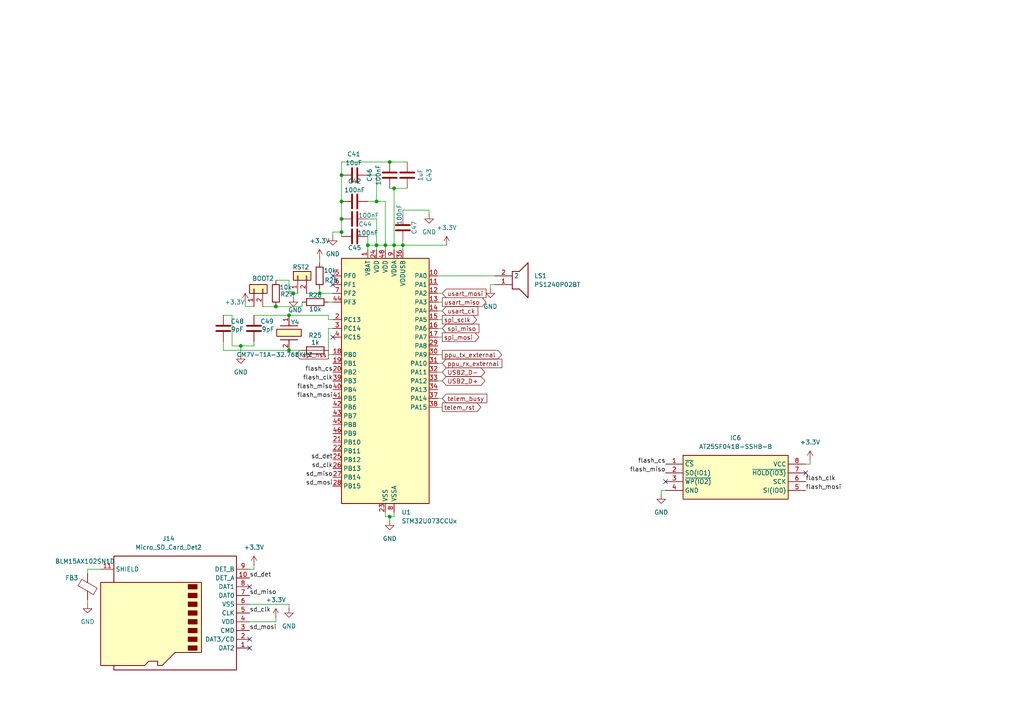
<source format=kicad_sch>
(kicad_sch (version 20250114) (generator "eeschema") (generator_version "9.0")
  (paper "A4")
  (lib_symbols
    (symbol "AT25SF041B-SSHB-B:AT25SF041B-SSHB-B"
      (property "Reference" "IC" (at 36.83 7.62 0))
      (property "Value" "AT25SF041B-SSHB-B" (at 36.83 5.08 0))
      (symbol "AT25SF041B-SSHB-B_1_1"
        (rectangle (start 5.08 2.54) (end 35.56 -10.16) (stroke (width 0.254)) (fill (type background)))
        (pin passive line (at 0 0 0) (length 5.08) (name "~{CS}") (number "1"))
        (pin passive line (at 0 -2.54 0) (length 5.08) (name "SO(IO1)") (number "2"))
        (pin passive line (at 0 -5.08 0) (length 5.08) (name "~{WP(IO2)}") (number "3"))
        (pin passive line (at 0 -7.62 0) (length 5.08) (name "GND") (number "4"))
        (pin passive line (at 40.64 0 180) (length 5.08) (name "VCC") (number "8"))
        (pin passive line (at 40.64 -2.54 180) (length 5.08) (name "~{HOLD(IO3)}") (number "7"))
        (pin passive line (at 40.64 -5.08 180) (length 5.08) (name "SCK") (number "6"))
        (pin passive line (at 40.64 -7.62 180) (length 5.08) (name "SI(IO0)") (number "5"))
      )
    )
    (symbol "CM7V-T1A-32_768KHZ-9PF-10PPM-T:CM7V-T1A-32.768KHZ-9PF-10PPM-TA-QC" (pin_names (hide yes))
      (property "Reference" "Y" (at 8.89 6.35 0))
      (property "Value" "CM7V-T1A-32.768KHZ-9PF-10PPM-TA-QC" (at 8.89 3.81 0))
      (symbol "CM7V-T1A-32.768KHZ-9PF-10PPM-TA-QC_1_1"
        (polyline (pts (xy 3.048 2.54) (xy 3.048 -2.54)) (stroke (width 0.254)))
        (polyline (pts (xy 3.048 0) (xy 2.54 0)) (stroke (width 0.254)))
        (rectangle (start 4.064 3.556) (end 6.096 -3.556) (stroke (width 0.254)) (fill (type background)))
        (polyline (pts (xy 7.112 2.54) (xy 7.112 -2.54)) (stroke (width 0.254)))
        (polyline (pts (xy 7.112 0) (xy 7.62 0)) (stroke (width 0.254)))
        (pin passive line (at 0 0 0) (length 2.54) (name "1") (number "1"))
        (pin passive line (at 10.16 0 180) (length 2.54) (name "2") (number "2"))
      )
    )
    (symbol "Connector:Micro_SD_Card_Det2"
      (property "Reference" "J" (at -16.51 17.78 0))
      (property "Value" "Micro_SD_Card_Det2" (at 16.51 17.78 0))
      (symbol "Micro_SD_Card_Det2_0_1"
        (polyline (pts (xy -8.89 -8.89) (xy -8.89 11.43) (xy -1.27 11.43) (xy 2.54 15.24) (xy 3.81 15.24) (xy 3.81 13.97) (xy 6.35 13.97) (xy 7.62 15.24) (xy 20.32 15.24) (xy 20.32 -8.89) (xy -8.89 -8.89)) (stroke (width 0.254)) (fill (type background)))
        (rectangle (start -7.62 10.795) (end -5.08 9.525) (stroke (width 0.254)) (fill (type outline)))
        (rectangle (start -7.62 8.255) (end -5.08 6.985) (stroke (width 0.254)) (fill (type outline)))
        (rectangle (start -7.62 5.715) (end -5.08 4.445) (stroke (width 0.254)) (fill (type outline)))
        (rectangle (start -7.62 3.175) (end -5.08 1.905) (stroke (width 0.254)) (fill (type outline)))
        (rectangle (start -7.62 0.635) (end -5.08 -0.635) (stroke (width 0.254)) (fill (type outline)))
        (rectangle (start -7.62 -1.905) (end -5.08 -3.175) (stroke (width 0.254)) (fill (type outline)))
        (rectangle (start -7.62 -4.445) (end -5.08 -5.715) (stroke (width 0.254)) (fill (type outline)))
        (rectangle (start -7.62 -6.985) (end -5.08 -8.255) (stroke (width 0.254)) (fill (type outline)))
        (polyline (pts (xy 16.51 15.24) (xy 16.51 16.51) (xy -19.05 16.51) (xy -19.05 -16.51) (xy 16.51 -16.51) (xy 16.51 -8.89)) (stroke (width 0.254)))
      )
      (symbol "Micro_SD_Card_Det2_1_1"
        (pin bidirectional line (at -22.86 10.16 0) (length 3.81) (name "DAT2") (number "1"))
        (pin bidirectional line (at -22.86 7.62 0) (length 3.81) (name "DAT3/CD") (number "2"))
        (pin input line (at -22.86 5.08 0) (length 3.81) (name "CMD") (number "3"))
        (pin power_in line (at -22.86 2.54 0) (length 3.81) (name "VDD") (number "4"))
        (pin input line (at -22.86 0 0) (length 3.81) (name "CLK") (number "5"))
        (pin power_in line (at -22.86 -2.54 0) (length 3.81) (name "VSS") (number "6"))
        (pin bidirectional line (at -22.86 -5.08 0) (length 3.81) (name "DAT0") (number "7"))
        (pin bidirectional line (at -22.86 -7.62 0) (length 3.81) (name "DAT1") (number "8"))
        (pin passive line (at -22.86 -10.16 0) (length 3.81) (name "DET_A") (number "10"))
        (pin passive line (at -22.86 -12.7 0) (length 3.81) (name "DET_B") (number "9"))
        (pin passive line (at 20.32 -12.7 180) (length 3.81) (name "SHIELD") (number "11"))
      )
    )
    (symbol "Connector_Generic:Conn_01x02" (pin_names (offset 1.016) (hide yes))
      (property "Reference" "J" (at 0 2.54 0))
      (property "Value" "Conn_01x02" (at 0 -5.08 0))
      (symbol "Conn_01x02_1_1"
        (rectangle (start -1.27 1.27) (end 1.27 -3.81) (stroke (width 0.254)) (fill (type background)))
        (rectangle (start -1.27 0.127) (end 0 -0.127) (stroke (width 0.1524)))
        (rectangle (start -1.27 -2.413) (end 0 -2.667) (stroke (width 0.1524)))
        (pin passive line (at -5.08 0 0) (length 3.81) (name "Pin_1") (number "1"))
        (pin passive line (at -5.08 -2.54 0) (length 3.81) (name "Pin_2") (number "2"))
      )
    )
    (symbol "Device:C" (pin_numbers (hide yes)) (pin_names (offset 0.254))
      (property "Reference" "C" (at 0.635 2.54 0))
      (property "Value" "C" (at 0.635 -2.54 0))
      (symbol "C_0_1"
        (polyline (pts (xy -2.032 0.762) (xy 2.032 0.762)) (stroke (width 0.508)))
        (polyline (pts (xy -2.032 -0.762) (xy 2.032 -0.762)) (stroke (width 0.508)))
      )
      (symbol "C_1_1"
        (pin passive line (at 0 3.81 270) (length 2.794) (name "~") (number "1"))
        (pin passive line (at 0 -3.81 90) (length 2.794) (name "~") (number "2"))
      )
    )
    (symbol "Device:FerriteBead" (pin_numbers (hide yes)) (pin_names (offset 0))
      (property "Reference" "FB" (at -3.81 0.635 90))
      (property "Value" "FerriteBead" (at 3.81 0 90))
      (symbol "FerriteBead_0_1"
        (polyline (pts (xy -2.7686 0.4064) (xy -1.7018 2.2606) (xy 2.7686 -0.3048) (xy 1.6764 -2.159) (xy -2.7686 0.4064)))
        (polyline (pts (xy 0 1.27) (xy 0 1.2954)))
        (polyline (pts (xy 0 -1.27) (xy 0 -1.2192)))
      )
      (symbol "FerriteBead_1_1"
        (pin passive line (at 0 3.81 270) (length 2.54) (name "~") (number "1"))
        (pin passive line (at 0 -3.81 90) (length 2.54) (name "~") (number "2"))
      )
    )
    (symbol "Device:R" (pin_numbers (hide yes)) (pin_names (offset 0))
      (property "Reference" "R" (at 2.032 0 90))
      (property "Value" "R" (at 0 0 90))
      (symbol "R_0_1"
        (rectangle (start -1.016 -2.54) (end 1.016 2.54) (stroke (width 0.254)))
      )
      (symbol "R_1_1"
        (pin passive line (at 0 3.81 270) (length 1.27) (name "~") (number "1"))
        (pin passive line (at 0 -3.81 90) (length 1.27) (name "~") (number "2"))
      )
    )
    (symbol "MCU_ST_STM32U0:STM32U073CCUx"
      (property "Reference" "U" (at -12.7 36.83 0))
      (property "Value" "STM32U073CCUx" (at 7.62 36.83 0))
      (symbol "STM32U073CCUx_0_1"
        (rectangle (start -12.7 -35.56) (end 12.7 35.56) (stroke (width 0.254)) (fill (type background)))
      )
      (symbol "STM32U073CCUx_1_1"
        (pin bidirectional line (at -15.24 30.48 0) (length 2.54) (name "PF0") (number "5"))
        (pin bidirectional line (at -15.24 27.94 0) (length 2.54) (name "PF1") (number "6"))
        (pin bidirectional line (at -15.24 25.4 0) (length 2.54) (name "PF2") (number "7"))
        (pin bidirectional line (at -15.24 22.86 0) (length 2.54) (name "PF3") (number "44"))
        (pin bidirectional line (at -15.24 17.78 0) (length 2.54) (name "PC13") (number "2"))
        (pin bidirectional line (at -15.24 15.24 0) (length 2.54) (name "PC14") (number "3"))
        (pin bidirectional line (at -15.24 12.7 0) (length 2.54) (name "PC15") (number "4"))
        (pin bidirectional line (at -15.24 7.62 0) (length 2.54) (name "PB0") (number "18"))
        (pin bidirectional line (at -15.24 5.08 0) (length 2.54) (name "PB1") (number "19"))
        (pin bidirectional line (at -15.24 2.54 0) (length 2.54) (name "PB2") (number "20"))
        (pin bidirectional line (at -15.24 0 0) (length 2.54) (name "PB3") (number "39"))
        (pin bidirectional line (at -15.24 -2.54 0) (length 2.54) (name "PB4") (number "40"))
        (pin bidirectional line (at -15.24 -5.08 0) (length 2.54) (name "PB5") (number "41"))
        (pin bidirectional line (at -15.24 -7.62 0) (length 2.54) (name "PB6") (number "42"))
        (pin bidirectional line (at -15.24 -10.16 0) (length 2.54) (name "PB7") (number "43"))
        (pin bidirectional line (at -15.24 -12.7 0) (length 2.54) (name "PB8") (number "45"))
        (pin bidirectional line (at -15.24 -15.24 0) (length 2.54) (name "PB9") (number "46"))
        (pin bidirectional line (at -15.24 -17.78 0) (length 2.54) (name "PB10") (number "21"))
        (pin bidirectional line (at -15.24 -20.32 0) (length 2.54) (name "PB11") (number "22"))
        (pin bidirectional line (at -15.24 -22.86 0) (length 2.54) (name "PB12") (number "25"))
        (pin bidirectional line (at -15.24 -25.4 0) (length 2.54) (name "PB13") (number "26"))
        (pin bidirectional line (at -15.24 -27.94 0) (length 2.54) (name "PB14") (number "27"))
        (pin bidirectional line (at -15.24 -30.48 0) (length 2.54) (name "PB15") (number "28"))
        (pin power_in line (at -5.08 38.1 270) (length 2.54) (name "VBAT") (number "1"))
        (pin power_in line (at -2.54 38.1 270) (length 2.54) (name "VDD") (number "24"))
        (pin power_in line (at 0 38.1 270) (length 2.54) (name "VDD") (number "48"))
        (pin power_in line (at 0 -38.1 90) (length 2.54) (name "VSS") (number "23"))
        (pin passive line (at 0 -38.1 90) (length 2.54) (hide yes) (name "VSS") (number "35"))
        (pin passive line (at 0 -38.1 90) (length 2.54) (hide yes) (name "VSS") (number "47"))
        (pin passive line (at 0 -38.1 90) (length 2.54) (hide yes) (name "VSS") (number "49"))
        (pin power_in line (at 2.54 38.1 270) (length 2.54) (name "VDDA") (number "9"))
        (pin power_in line (at 2.54 -38.1 90) (length 2.54) (name "VSSA") (number "8"))
        (pin power_in line (at 5.08 38.1 270) (length 2.54) (name "VDDUSB") (number "36"))
        (pin bidirectional line (at 15.24 30.48 180) (length 2.54) (name "PA0") (number "10"))
        (pin bidirectional line (at 15.24 27.94 180) (length 2.54) (name "PA1") (number "11"))
        (pin bidirectional line (at 15.24 25.4 180) (length 2.54) (name "PA2") (number "12"))
        (pin bidirectional line (at 15.24 22.86 180) (length 2.54) (name "PA3") (number "13"))
        (pin bidirectional line (at 15.24 20.32 180) (length 2.54) (name "PA4") (number "14"))
        (pin bidirectional line (at 15.24 17.78 180) (length 2.54) (name "PA5") (number "15"))
        (pin bidirectional line (at 15.24 15.24 180) (length 2.54) (name "PA6") (number "16"))
        (pin bidirectional line (at 15.24 12.7 180) (length 2.54) (name "PA7") (number "17"))
        (pin bidirectional line (at 15.24 10.16 180) (length 2.54) (name "PA8") (number "29"))
        (pin bidirectional line (at 15.24 7.62 180) (length 2.54) (name "PA9") (number "30"))
        (pin bidirectional line (at 15.24 5.08 180) (length 2.54) (name "PA10") (number "31"))
        (pin bidirectional line (at 15.24 2.54 180) (length 2.54) (name "PA11") (number "32"))
        (pin bidirectional line (at 15.24 0 180) (length 2.54) (name "PA12") (number "33"))
        (pin bidirectional line (at 15.24 -2.54 180) (length 2.54) (name "PA13") (number "34"))
        (pin bidirectional line (at 15.24 -5.08 180) (length 2.54) (name "PA14") (number "37"))
        (pin bidirectional line (at 15.24 -7.62 180) (length 2.54) (name "PA15") (number "38"))
      )
    )
    (symbol "PS1240P02BT:PS1240P02BT"
      (property "Reference" "LS" (at 11.43 0 0))
      (property "Value" "PS1240P02BT" (at 11.43 -2.54 0))
      (symbol "PS1240P02BT_1_1"
        (polyline (pts (xy 5.08 1.27) (xy 5.08 -3.81)) (stroke (width 0.254)))
        (polyline (pts (xy 5.08 1.27) (xy 7.112 1.27)) (stroke (width 0.254)))
        (polyline (pts (xy 7.112 -3.81) (xy 5.08 -3.81)) (stroke (width 0.254)))
        (polyline (pts (xy 7.112 -3.81) (xy 9.652 -6.35)) (stroke (width 0.254)))
        (polyline (pts (xy 9.652 3.81) (xy 7.112 1.27)) (stroke (width 0.254)))
        (polyline (pts (xy 9.652 3.81) (xy 9.652 -6.35)) (stroke (width 0.254)))
        (pin passive line (at 0 0 0) (length 5.08) (name "2") (number "2"))
        (pin passive line (at 0 -2.54 0) (length 5.08) (name "") (number "1"))
      )
    )
    (symbol "power:+3.3V" (power) (pin_numbers (hide yes)) (pin_names (offset 0) (hide yes))
      (property "Value" "+3.3V" (at 0 3.556 0))
      (symbol "+3.3V_0_1"
        (polyline (pts (xy -0.762 1.27) (xy 0 2.54)))
        (polyline (pts (xy 0 2.54) (xy 0.762 1.27)))
        (polyline (pts (xy 0 0) (xy 0 2.54)))
      )
      (symbol "+3.3V_1_1"
        (pin power_in line (at 0 0 90) (length 0) (name "~") (number "1"))
      )
    )
    (symbol "power:GND" (power) (pin_numbers (hide yes)) (pin_names (offset 0) (hide yes))
      (property "Value" "GND" (at 0 -3.81 0))
      (symbol "GND_0_1"
        (polyline (pts (xy 0 0) (xy 0 -1.27) (xy 1.27 -1.27) (xy 0 -2.54) (xy -1.27 -1.27) (xy 0 -1.27)))
      )
      (symbol "GND_1_1"
        (pin power_in line (at 0 0 270) (length 0) (name "~") (number "1"))
      )
    )
  )
  (junction (at 69.85 100.33))
  (junction (at 83.82 91.44))
  (junction (at 99.06 63.5))
  (junction (at 99.06 50.8))
  (junction (at 83.82 101.6))
  (junction (at 113.03 149.86))
  (junction (at 106.68 71.12))
  (junction (at 116.84 71.12))
  (junction (at 114.3 71.12))
  (junction (at 99.06 58.42))
  (junction (at 99.06 67.31))
  (junction (at 109.22 58.42))
  (junction (at 113.03 46.99))
  (junction (at 111.76 71.12))
  (junction (at 80.01 88.9))
  (junction (at 85.09 85.09))
  (junction (at 109.22 71.12))
  (junction (at 114.3 54.61))
  (junction (at 92.71 85.09))
  (no_connect (at 193.04 139.7))
  (no_connect (at 96.52 80.01))
  (no_connect (at 72.39 187.96))
  (no_connect (at 72.39 170.18))
  (no_connect (at 96.52 97.79))
  (no_connect (at 233.68 137.16))
  (no_connect (at 96.52 82.55))
  (no_connect (at 72.39 185.42))
  (wire (pts (xy 142.24 83.82) (xy 142.24 82.55)))
  (wire (pts (xy 127 115.57) (xy 128.27 115.57)))
  (wire (pts (xy 116.84 69.85) (xy 116.84 71.12)))
  (wire (pts (xy 92.71 74.93) (xy 92.71 76.2)))
  (wire (pts (xy 99.06 67.31) (xy 99.06 68.58)))
  (wire (pts (xy 113.03 46.99) (xy 118.11 46.99)))
  (wire (pts (xy 127 85.09) (xy 128.27 85.09)))
  (wire (pts (xy 124.46 60.96) (xy 124.46 62.23)))
  (wire (pts (xy 95.25 95.25) (xy 96.52 95.25)))
  (wire (pts (xy 25.4 173.99) (xy 25.4 175.26)))
  (wire (pts (xy 76.2 88.9) (xy 80.01 88.9)))
  (wire (pts (xy 73.66 163.83) (xy 73.66 165.1)))
  (wire (pts (xy 114.3 71.12) (xy 116.84 71.12)))
  (wire (pts (xy 64.77 99.06) (xy 64.77 101.6)))
  (wire (pts (xy 116.84 71.12) (xy 116.84 72.39)))
  (wire (pts (xy 95.25 91.44) (xy 95.25 92.71)))
  (wire (pts (xy 88.9 85.09) (xy 92.71 85.09)))
  (wire (pts (xy 67.31 91.44) (xy 67.31 100.33)))
  (wire (pts (xy 127 105.41) (xy 128.27 105.41)))
  (wire (pts (xy 83.82 176.53) (xy 83.82 175.26)))
  (wire (pts (xy 109.22 58.42) (xy 106.68 58.42)))
  (wire (pts (xy 99.06 50.8) (xy 99.06 46.99)))
  (wire (pts (xy 127 118.11) (xy 128.27 118.11)))
  (wire (pts (xy 106.68 68.58) (xy 106.68 71.12)))
  (wire (pts (xy 116.84 60.96) (xy 116.84 62.23)))
  (wire (pts (xy 96.52 92.71) (xy 95.25 92.71)))
  (wire (pts (xy 111.76 72.39) (xy 111.76 71.12)))
  (wire (pts (xy 95.25 101.6) (xy 95.25 95.25)))
  (wire (pts (xy 87.63 88.9) (xy 87.63 87.63)))
  (wire (pts (xy 114.3 54.61) (xy 118.11 54.61)))
  (wire (pts (xy 127 87.63) (xy 128.27 87.63)))
  (wire (pts (xy 95.25 87.63) (xy 96.52 87.63)))
  (wire (pts (xy 113.03 149.86) (xy 111.76 149.86)))
  (wire (pts (xy 109.22 71.12) (xy 111.76 71.12)))
  (wire (pts (xy 127 80.01) (xy 143.51 80.01)))
  (wire (pts (xy 234.95 133.35) (xy 234.95 134.62)))
  (wire (pts (xy 96.52 67.31) (xy 99.06 67.31)))
  (wire (pts (xy 64.77 101.6) (xy 83.82 101.6)))
  (wire (pts (xy 127 97.79) (xy 128.27 97.79)))
  (wire (pts (xy 127 110.49) (xy 128.27 110.49)))
  (wire (pts (xy 106.68 71.12) (xy 109.22 71.12)))
  (wire (pts (xy 109.22 63.5) (xy 106.68 63.5)))
  (wire (pts (xy 67.31 100.33) (xy 69.85 100.33)))
  (wire (pts (xy 127 90.17) (xy 128.27 90.17)))
  (wire (pts (xy 106.68 50.8) (xy 109.22 50.8)))
  (wire (pts (xy 95.25 102.87) (xy 96.52 102.87)))
  (wire (pts (xy 127 107.95) (xy 128.27 107.95)))
  (wire (pts (xy 69.85 100.33) (xy 73.66 100.33)))
  (wire (pts (xy 191.77 143.51) (xy 191.77 142.24)))
  (wire (pts (xy 73.66 91.44) (xy 83.82 91.44)))
  (wire (pts (xy 64.77 91.44) (xy 67.31 91.44)))
  (wire (pts (xy 111.76 58.42) (xy 109.22 58.42)))
  (wire (pts (xy 83.82 85.09) (xy 83.82 81.28)))
  (wire (pts (xy 85.09 85.09) (xy 85.09 86.36)))
  (wire (pts (xy 106.68 71.12) (xy 106.68 72.39)))
  (wire (pts (xy 73.66 99.06) (xy 73.66 100.33)))
  (wire (pts (xy 83.82 81.28) (xy 80.01 81.28)))
  (wire (pts (xy 99.06 58.42) (xy 99.06 50.8)))
  (wire (pts (xy 109.22 50.8) (xy 109.22 58.42)))
  (wire (pts (xy 72.39 175.26) (xy 83.82 175.26)))
  (wire (pts (xy 142.24 82.55) (xy 143.51 82.55)))
  (wire (pts (xy 99.06 46.99) (xy 113.03 46.99)))
  (wire (pts (xy 111.76 71.12) (xy 111.76 58.42)))
  (wire (pts (xy 113.03 54.61) (xy 114.3 54.61)))
  (wire (pts (xy 83.82 91.44) (xy 95.25 91.44)))
  (wire (pts (xy 25.4 165.1) (xy 29.21 165.1)))
  (wire (pts (xy 69.85 100.33) (xy 69.85 102.87)))
  (wire (pts (xy 109.22 72.39) (xy 109.22 71.12)))
  (wire (pts (xy 109.22 71.12) (xy 109.22 63.5)))
  (wire (pts (xy 114.3 71.12) (xy 114.3 72.39)))
  (wire (pts (xy 111.76 149.86) (xy 111.76 148.59)))
  (wire (pts (xy 73.66 165.1) (xy 72.39 165.1)))
  (wire (pts (xy 116.84 60.96) (xy 124.46 60.96)))
  (wire (pts (xy 116.84 71.12) (xy 129.54 71.12)))
  (wire (pts (xy 96.52 67.31) (xy 96.52 68.58)))
  (wire (pts (xy 113.03 149.86) (xy 113.03 151.13)))
  (wire (pts (xy 99.06 58.42) (xy 99.06 63.5)))
  (wire (pts (xy 80.01 88.9) (xy 87.63 88.9)))
  (wire (pts (xy 92.71 85.09) (xy 96.52 85.09)))
  (wire (pts (xy 71.12 87.63) (xy 71.12 88.9)))
  (wire (pts (xy 99.06 63.5) (xy 99.06 67.31)))
  (wire (pts (xy 25.4 166.37) (xy 25.4 165.1)))
  (wire (pts (xy 85.09 85.09) (xy 83.82 85.09)))
  (wire (pts (xy 92.71 83.82) (xy 92.71 85.09)))
  (wire (pts (xy 127 92.71) (xy 128.27 92.71)))
  (wire (pts (xy 80.01 179.07) (xy 80.01 180.34)))
  (wire (pts (xy 127 102.87) (xy 128.27 102.87)))
  (wire (pts (xy 191.77 142.24) (xy 193.04 142.24)))
  (wire (pts (xy 86.36 85.09) (xy 85.09 85.09)))
  (wire (pts (xy 127 95.25) (xy 128.27 95.25)))
  (wire (pts (xy 71.12 88.9) (xy 73.66 88.9)))
  (wire (pts (xy 114.3 54.61) (xy 114.3 71.12)))
  (wire (pts (xy 234.95 134.62) (xy 233.68 134.62)))
  (wire (pts (xy 87.63 101.6) (xy 83.82 101.6)))
  (wire (pts (xy 80.01 180.34) (xy 72.39 180.34)))
  (wire (pts (xy 114.3 149.86) (xy 113.03 149.86)))
  (wire (pts (xy 111.76 71.12) (xy 114.3 71.12)))
  (wire (pts (xy 114.3 148.59) (xy 114.3 149.86)))
  (label "sd_mosi" (at 72.39 182.88 0))
  (label "sd_det" (at 96.52 133.35 180))
  (label "flash_mosi" (at 96.52 115.57 180))
  (label "flash_mosi" (at 233.68 142.24 0))
  (label "flash_clk" (at 233.68 139.7 0))
  (label "sd_mosi" (at 96.52 140.97 180))
  (label "flash_cs" (at 193.04 134.62 180))
  (label "flash_miso" (at 193.04 137.16 180))
  (label "sd_clk" (at 72.39 177.8 0))
  (label "sd_det" (at 72.39 167.64 0))
  (label "sd_clk" (at 96.52 135.89 180))
  (label "flash_cs" (at 96.52 107.95 180))
  (label "sd_miso" (at 96.52 138.43 180))
  (label "flash_miso" (at 96.52 113.03 180))
  (label "flash_clk" (at 96.52 110.49 180))
  (label "sd_miso" (at 72.39 172.72 0))
  (global_label "telem_rst" (shape output) (at 128.27 118.11 0) (property "Intersheetrefs" "${INTERSHEET_REFS}" (effects (hide yes))))
  (global_label "telem_busy" (shape input) (at 128.27 115.57 0) (property "Intersheetrefs" "${INTERSHEET_REFS}" (effects (hide yes))))
  (global_label "ppu_rx_external" (shape input) (at 128.27 105.41 0) (property "Intersheetrefs" "${INTERSHEET_REFS}" (effects (hide yes))))
  (global_label "usart_miso" (shape output) (at 128.27 87.63 0) (property "Intersheetrefs" "${INTERSHEET_REFS}" (effects (hide yes))))
  (global_label "ppu_tx_external" (shape output) (at 128.27 102.87 0) (property "Intersheetrefs" "${INTERSHEET_REFS}" (effects (hide yes))))
  (global_label "usart_mosi" (shape input) (at 128.27 85.09 0) (property "Intersheetrefs" "${INTERSHEET_REFS}" (effects (hide yes))))
  (global_label "usart_ck" (shape input) (at 128.27 90.17 0) (property "Intersheetrefs" "${INTERSHEET_REFS}" (effects (hide yes))))
  (global_label "spi_nss" (shape output) (at 95.25 102.87 180) (property "Intersheetrefs" "${INTERSHEET_REFS}" (effects (hide yes))))
  (global_label "spi_sclk" (shape output) (at 128.27 92.71 0) (property "Intersheetrefs" "${INTERSHEET_REFS}" (effects (hide yes))))
  (global_label "USB2_D-" (shape bidirectional) (at 128.27 107.95 0) (property "Intersheetrefs" "${INTERSHEET_REFS}" (effects (hide yes))))
  (global_label "spi_mosi" (shape output) (at 128.27 97.79 0) (property "Intersheetrefs" "${INTERSHEET_REFS}" (effects (hide yes))))
  (global_label "spi_miso" (shape input) (at 128.27 95.25 0) (property "Intersheetrefs" "${INTERSHEET_REFS}" (effects (hide yes))))
  (global_label "USB2_D+" (shape bidirectional) (at 128.27 110.49 0) (property "Intersheetrefs" "${INTERSHEET_REFS}" (effects (hide yes))))
  (symbol (lib_id "Device:C") (at 102.87 63.5 270) (unit 1)
    (property "Reference" "C44" (at 105.918 65.024 90))
    (property "Value" "100nF" (at 106.934 62.484 90))
    (property "Footprint" "Capacitor_SMD:C_0402_1005Metric" (effects (hide yes)))
    (property "Description" "Unpolarized capacitor" (effects (hide yes)))
  )
  (symbol (lib_id "power:+3.3V") (at 234.95 133.35 0) (unit 1)
    (property "Reference" "#PWR0103" (effects (hide yes)))
    (property "Value" "+3.3V" (at 234.95 128.27 0))
    (property "Description" "Power symbol creates a global label with name \"+3.3V\"" (effects (hide yes)))
  )
  (symbol (lib_id "Connector:Micro_SD_Card_Det2") (at 49.53 177.8 180) (unit 1)
    (property "Reference" "J14" (at 48.895 156.21 0))
    (property "Value" "Micro_SD_Card_Det2" (at 48.895 158.75 0))
    (property "Footprint" "Connector_Card:microSD_HC_Molex_104031-0811" (effects (hide yes)))
    (property "Datasheet" "https://www.hirose.com/en/product/document?clcode=&productname=&series=DM3&documenttype=Catalog&lang=en&documentid=D49662_en" (effects (hide yes)))
    (property "Description" "Micro SD Card Socket with two card detection pins" (effects (hide yes)))
  )
  (symbol (lib_id "power:GND") (at 113.03 151.13 0) (unit 1)
    (property "Reference" "#PWR086" (effects (hide yes)))
    (property "Value" "GND" (at 113.03 156.21 0))
    (property "Description" "Power symbol creates a global label with name \"GND\" , ground" (effects (hide yes)))
  )
  (symbol (lib_id "Device:C") (at 64.77 95.25 0) (unit 1)
    (property "Reference" "C48" (at 68.834 93.218 0))
    (property "Value" "9pF" (at 68.834 95.504 0))
    (property "Footprint" "Capacitor_SMD:C_0402_1005Metric" (effects (hide yes)))
    (property "Description" "Unpolarized capacitor" (effects (hide yes)))
  )
  (symbol (lib_id "Device:C") (at 116.84 66.04 0) (unit 1)
    (property "Reference" "C47" (at 120.142 66.04 90))
    (property "Value" "100nF" (at 115.824 62.23 90))
    (property "Footprint" "Capacitor_SMD:C_0402_1005Metric" (effects (hide yes)))
    (property "Description" "Unpolarized capacitor" (effects (hide yes)))
  )
  (symbol (lib_id "AT25SF041B-SSHB-B:AT25SF041B-SSHB-B") (at 193.04 134.62 0) (unit 1)
    (property "Reference" "IC6" (at 213.36 127 0))
    (property "Value" "AT25SF041B-SSHB-B" (at 213.36 129.54 0))
    (property "Footprint" "footprints:SOIC127P600X175-8N" (effects (hide yes)))
    (property "Datasheet" "https://www.renesas.com/us/en/products/memory-logic/non-volatile-memory/spi-nor-flash/dual-quad-spi-memory/at25sf041b-4mbit-27v-minimum-spi-serial-flash-memory-dual-io-support" (effects (hide yes)))
    (property "Description" "The AT25SF041B is a member of our standard class code and data storage solutions designed for 3V systems in which program code is shadowed from Flash memory into embedded or external RAM for execution.The architecture includes erase block sizes that are optimized to meet the needs of today\\'s code and data storage applications and three security register pages for unique device serialization, system-level Electronic Serial Number (ESN) storage, locked key storage, etc.	Universally compatible pinout and comma" (effects (hide yes)))
    (property "Height" "1.75" (effects (hide yes)))
    (property "Mouser Part Number" "988-AT25SF041-SSH-B" (effects (hide yes)))
    (property "Mouser Price/Stock" "https://www.mouser.co.uk/ProductDetail/Renesas-Dialog/AT25SF041B-SSHB-B?qs=IS%252B4QmGtzzpXYmyz2tD79g%3D%3D" (effects (hide yes)))
    (property "Manufacturer_Name" "Renesas Electronics" (effects (hide yes)))
    (property "Manufacturer_Part_Number" "AT25SF041B-SSHB-B" (effects (hide yes)))
  )
  (symbol (lib_id "Device:R") (at 92.71 80.01 180) (unit 1)
    (property "Reference" "R26" (at 98.044 81.28 0) (effects (justify left)))
    (property "Value" "10k" (at 97.536 78.486 0) (effects (justify left)))
    (property "Footprint" "Resistor_SMD:R_0402_1005Metric" (effects (hide yes)))
    (property "Description" "Resistor" (effects (hide yes)))
  )
  (symbol (lib_id "Device:C") (at 102.87 58.42 90) (unit 1)
    (property "Reference" "C42" (at 102.87 52.578 90))
    (property "Value" "100nF" (at 102.87 55.118 90))
    (property "Footprint" "Capacitor_SMD:C_0402_1005Metric" (effects (hide yes)))
    (property "Description" "Unpolarized capacitor" (effects (hide yes)))
  )
  (symbol (lib_id "power:GND") (at 85.09 86.36 0) (unit 1)
    (property "Reference" "#PWR092" (effects (hide yes)))
    (property "Value" "GND" (at 85.598 89.916 0))
    (property "Description" "Power symbol creates a global label with name \"GND\" , ground" (effects (hide yes)))
  )
  (symbol (lib_id "Device:R") (at 91.44 101.6 90) (unit 1)
    (property "Reference" "R25" (at 91.44 97.282 90))
    (property "Value" "1k" (at 91.44 99.314 90))
    (property "Footprint" "Resistor_SMD:R_0402_1005Metric" (effects (hide yes)))
    (property "Description" "Resistor" (effects (hide yes)))
  )
  (symbol (lib_id "Device:C") (at 102.87 68.58 270) (unit 1)
    (property "Reference" "C45" (at 102.87 71.882 90))
    (property "Value" "100nF" (at 106.68 67.564 90))
    (property "Footprint" "Capacitor_SMD:C_0402_1005Metric" (effects (hide yes)))
    (property "Description" "Unpolarized capacitor" (effects (hide yes)))
  )
  (symbol (lib_id "Device:C") (at 102.87 50.8 90) (unit 1)
    (property "Reference" "C41" (at 102.616 44.704 90))
    (property "Value" "10uF" (at 102.616 47.244 90))
    (property "Footprint" "Capacitor_SMD:C_0603_1608Metric" (effects (hide yes)))
    (property "Description" "Unpolarized capacitor" (effects (hide yes)))
  )
  (symbol (lib_id "power:+3.3V") (at 80.01 179.07 0) (unit 1)
    (property "Reference" "#PWR0100" (effects (hide yes)))
    (property "Value" "+3.3V" (at 80.01 173.99 0))
    (property "Description" "Power symbol creates a global label with name \"+3.3V\"" (effects (hide yes)))
  )
  (symbol (lib_id "power:GND") (at 25.4 175.26 0) (unit 1)
    (property "Reference" "#PWR098" (effects (hide yes)))
    (property "Value" "GND" (at 25.4 180.34 0))
    (property "Description" "Power symbol creates a global label with name \"GND\" , ground" (effects (hide yes)))
  )
  (symbol (lib_id "Device:C") (at 118.11 50.8 0) (unit 1)
    (property "Reference" "C43" (at 124.46 50.8 90))
    (property "Value" "1uF" (at 121.92 50.8 90))
    (property "Footprint" "Capacitor_SMD:C_0603_1608Metric" (effects (hide yes)))
    (property "Description" "Unpolarized capacitor" (effects (hide yes)))
  )
  (symbol (lib_id "Device:C") (at 113.03 50.8 180) (unit 1)
    (property "Reference" "C46" (at 107.188 50.8 90))
    (property "Value" "100nF" (at 109.728 50.8 90))
    (property "Footprint" "Capacitor_SMD:C_0402_1005Metric" (effects (hide yes)))
    (property "Description" "Unpolarized capacitor" (effects (hide yes)))
  )
  (symbol (lib_id "power:GND") (at 96.52 68.58 0) (unit 1)
    (property "Reference" "#PWR087" (effects (hide yes)))
    (property "Value" "GND" (at 96.52 73.66 0))
    (property "Description" "Power symbol creates a global label with name \"GND\" , ground" (effects (hide yes)))
  )
  (symbol (lib_id "power:GND") (at 124.46 62.23 0) (unit 1)
    (property "Reference" "#PWR088" (effects (hide yes)))
    (property "Value" "GND" (at 124.46 67.31 0))
    (property "Description" "Power symbol creates a global label with name \"GND\" , ground" (effects (hide yes)))
  )
  (symbol (lib_id "PS1240P02BT:PS1240P02BT") (at 143.51 80.01 0) (unit 1)
    (property "Reference" "LS1" (at 154.94 80.0099 0) (effects (justify left)))
    (property "Value" "PS1240P02BT" (at 154.94 82.5499 0) (effects (justify left)))
    (property "Footprint" "footprints:PS1240P02BT" (effects (hide yes)))
    (property "Datasheet" "https://product.tdk.com/system/files/dam/doc/product/sw_piezo/sw_piezo/piezo-buzzer/catalog/piezoelectronic_buzzer_ps_en.pdf" (effects (hide yes)))
    (property "Description" "Piezoelectric Buzzers, Sound Pressure Level=70dB min, Freq.=4000Hz nom" (effects (hide yes)))
    (property "Mouser Part Number" "810-PS1240P02BT" (effects (hide yes)))
    (property "Mouser Price/Stock" "https://www.mouser.co.uk/ProductDetail/TDK/PS1240P02BT?qs=d7g9p1yFhWaZXSY9MjKMkw%3D%3D" (effects (hide yes)))
    (property "Manufacturer_Name" "TDK" (effects (hide yes)))
    (property "Manufacturer_Part_Number" "PS1240P02BT" (effects (hide yes)))
  )
  (symbol (lib_id "Device:C") (at 73.66 95.25 0) (unit 1)
    (property "Reference" "C49" (at 77.47 93.218 0))
    (property "Value" "9pF" (at 77.724 95.504 0))
    (property "Footprint" "Capacitor_SMD:C_0402_1005Metric" (effects (hide yes)))
    (property "Description" "Unpolarized capacitor" (effects (hide yes)))
  )
  (symbol (lib_id "power:GND") (at 142.24 83.82 0) (unit 1)
    (property "Reference" "#PWR076" (effects (hide yes)))
    (property "Value" "GND" (at 142.24 88.9 0))
    (property "Description" "Power symbol creates a global label with name \"GND\" , ground" (effects (hide yes)))
  )
  (symbol (lib_id "power:+3.3V") (at 73.66 163.83 0) (unit 1)
    (property "Reference" "#PWR099" (effects (hide yes)))
    (property "Value" "+3.3V" (at 73.66 158.75 0))
    (property "Description" "Power symbol creates a global label with name \"+3.3V\"" (effects (hide yes)))
  )
  (symbol (lib_id "power:GND") (at 69.85 102.87 0) (unit 1)
    (property "Reference" "#PWR091" (effects (hide yes)))
    (property "Value" "GND" (at 69.85 107.95 0))
    (property "Description" "Power symbol creates a global label with name \"GND\" , ground" (effects (hide yes)))
  )
  (symbol (lib_id "power:GND") (at 83.82 176.53 0) (unit 1)
    (property "Reference" "#PWR0101" (effects (hide yes)))
    (property "Value" "GND" (at 83.82 181.61 0))
    (property "Description" "Power symbol creates a global label with name \"GND\" , ground" (effects (hide yes)))
  )
  (symbol (lib_id "Device:R") (at 80.01 85.09 0) (unit 1)
    (property "Reference" "R27" (at 81.28 85.344 0) (effects (justify left)))
    (property "Value" "10k" (at 81.026 83.312 0) (effects (justify left)))
    (property "Footprint" "Resistor_SMD:R_0402_1005Metric" (effects (hide yes)))
    (property "Description" "Resistor" (effects (hide yes)))
  )
  (symbol (lib_id "Device:FerriteBead") (at 25.4 170.18 180) (unit 1)
    (property "Reference" "FB3" (at 20.828 167.64 0))
    (property "Value" "BLM15AX102SN1D" (at 24.638 162.814 0))
    (property "Footprint" "footprints:NFZ15SG152SN10B" (effects (hide yes)))
    (property "Description" "Ferrite bead" (effects (hide yes)))
  )
  (symbol (lib_id "power:+3.3V") (at 92.71 74.93 0) (unit 1)
    (property "Reference" "#PWR093" (effects (hide yes)))
    (property "Value" "+3.3V" (at 92.71 69.85 0))
    (property "Description" "Power symbol creates a global label with name \"+3.3V\"" (effects (hide yes)))
  )
  (symbol (lib_id "Connector_Generic:Conn_01x02") (at 73.66 83.82 90) (unit 1)
    (property "Reference" "BOOT2" (at 73.152 80.772 90) (effects (justify right)))
    (property "Value" "Conn_01x02" (effects (hide yes)))
    (property "Footprint" "Connector_PinHeader_2.54mm:PinHeader_1x02_P2.54mm_Vertical" (effects (hide yes)))
    (property "Description" "Generic connector, single row, 01x02, script generated (kicad-library-utils/schlib/autogen/connector/)" (effects (hide yes)))
  )
  (symbol (lib_id "Connector_Generic:Conn_01x02") (at 86.36 80.01 90) (unit 1)
    (property "Reference" "RST2" (at 84.836 77.47 90) (effects (justify right)))
    (property "Value" "Conn_01x02" (effects (hide yes)))
    (property "Footprint" "Connector_PinHeader_2.54mm:PinHeader_1x02_P2.54mm_Vertical" (effects (hide yes)))
    (property "Description" "Generic connector, single row, 01x02, script generated (kicad-library-utils/schlib/autogen/connector/)" (effects (hide yes)))
  )
  (symbol (lib_id "MCU_ST_STM32U0:STM32U073CCUx") (at 111.76 110.49 0) (unit 1)
    (property "Reference" "U1" (at 116.4433 148.59 0) (effects (justify left)))
    (property "Value" "STM32U073CCUx" (at 116.4433 151.13 0) (effects (justify left)))
    (property "Footprint" "Package_DFN_QFN:QFN-48-1EP_7x7mm_P0.5mm_EP5.6x5.6mm_ThermalVias" (effects (hide yes)))
    (property "Datasheet" "https://www.st.com/resource/en/datasheet/stm32u073cc.pdf" (effects (hide yes)))
    (property "Description" "STMicroelectronics Arm Cortex-M0+ MCU, 256KB flash, 40KB RAM, 56 MHz, 39 GPIO, UFQFPN48" (effects (hide yes)))
  )
  (symbol (lib_id "power:GND") (at 191.77 143.51 0) (unit 1)
    (property "Reference" "#PWR0102" (effects (hide yes)))
    (property "Value" "GND" (at 191.77 148.59 0))
    (property "Description" "Power symbol creates a global label with name \"GND\" , ground" (effects (hide yes)))
  )
  (symbol (lib_id "CM7V-T1A-32_768KHZ-9PF-10PPM-T:CM7V-T1A-32.768KHZ-9PF-10PPM-TA-QC") (at 83.82 91.44 270) (unit 1)
    (property "Reference" "Y4" (at 84.328 93.472 90) (effects (justify left)))
    (property "Value" "CM7V-T1A-32.768KHZ" (at 68.58 102.87 90) (effects (justify left)))
    (property "Footprint" "footprints:CM7V32768TBQA020" (effects (hide yes)))
    (property "Datasheet" "https://www.microcrystal.com/fileadmin/Media/Products/32kHz/Datasheet/CM7V-T1A.pdf" (effects (hide yes)))
    (property "Description" "CRYSTAL 32.768KHZ SMD" (effects (hide yes)))
    (property "Height" "0.65" (effects (hide yes)))
    (property "Mouser Part Number" "428-201565-MG01" (effects (hide yes)))
    (property "Mouser Price/Stock" "https://www.mouser.co.uk/ProductDetail/Micro-Crystal/CM7V-T1A-32.768kHz-9pF-10PPM-TA-QC?qs=7bTaA%2FLYtSbcWt4HcA5rHA%3D%3D" (effects (hide yes)))
    (property "Manufacturer_Name" "Micro Crystal AG" (effects (hide yes)))
    (property "Manufacturer_Part_Number" "CM7V-T1A-32.768KHZ-9PF-10PPM-TA-QC" (effects (hide yes)))
  )
  (symbol (lib_id "power:+3.3V") (at 71.12 87.63 0) (unit 1)
    (property "Reference" "#PWR094" (effects (hide yes)))
    (property "Value" "+3.3V" (at 68.072 87.63 0))
    (property "Description" "Power symbol creates a global label with name \"+3.3V\"" (effects (hide yes)))
  )
  (symbol (lib_id "Device:R") (at 91.44 87.63 90) (unit 1)
    (property "Reference" "R28" (at 91.44 85.598 90))
    (property "Value" "10k" (at 91.44 89.662 90))
    (property "Footprint" "Resistor_SMD:R_0402_1005Metric" (effects (hide yes)))
    (property "Description" "Resistor" (effects (hide yes)))
  )
  (symbol (lib_id "power:+3.3V") (at 129.54 71.12 0) (unit 1)
    (property "Reference" "#PWR089" (effects (hide yes)))
    (property "Value" "+3.3V" (at 129.54 66.04 0))
    (property "Description" "Power symbol creates a global label with name \"+3.3V\"" (effects (hide yes)))
  )
)
</source>
